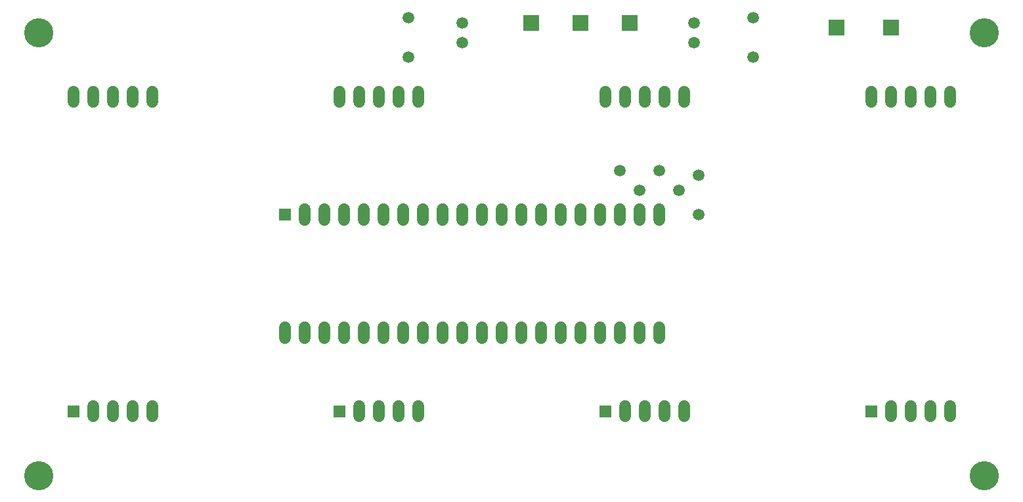
<source format=gts>
G04 Output by ViewMate Deluxe V11.0.9  PentaLogix LLC*
G04 Sun Jun 14 09:16:29 2015*
%FSLAX33Y33*%
%MOMM*%
%IPPOS*%
%ADD115R,1.5113X1.5113*%
%ADD116C,1.5113*%
%ADD117C,1.5113*%
%ADD118C,3.7592*%
%ADD119R,2.0041X2.0041*%

%LPD*%
X0Y0D2*D116*G1X24173Y12974D2*X24173Y14282D1*X21633Y14282D2*X21633Y12974D1*X19093Y12974D2*X19093Y14282D1*X16553Y14282D2*X16553Y12974D1*X14013Y54844D2*X14013Y53536D1*X16553Y53536D2*X16553Y54844D1*X19093Y54844D2*X19093Y53536D1*X21633Y53536D2*X21633Y54844D1*X24173Y54844D2*X24173Y53536D1*X48303Y53536D2*X48303Y54844D1*X50843Y54844D2*X50843Y53536D1*X53383Y53536D2*X53383Y54844D1*X55923Y54844D2*X55923Y53536D1*X58463Y53536D2*X58463Y54844D1*X82593Y54844D2*X82593Y53536D1*X85133Y53536D2*X85133Y54844D1*X87673Y54844D2*X87673Y53536D1*X90213Y53536D2*X90213Y54844D1*X92753Y54844D2*X92753Y53536D1*X116883Y53536D2*X116883Y54844D1*X119423Y54844D2*X119423Y53536D1*X121963Y53536D2*X121963Y54844D1*X124503Y54844D2*X124503Y53536D1*X127043Y53536D2*X127043Y54844D1*X127043Y12974D2*X127043Y14282D1*X124503Y14282D2*X124503Y12974D1*X121963Y12974D2*X121963Y14282D1*X119423Y14282D2*X119423Y12974D1*X92753Y12974D2*X92753Y14282D1*X90213Y14282D2*X90213Y12974D1*X87673Y12974D2*X87673Y14282D1*X85133Y14282D2*X85133Y12974D1*X58463Y12974D2*X58463Y14282D1*X55923Y14282D2*X55923Y12974D1*X53383Y12974D2*X53383Y14282D1*X50843Y14282D2*X50843Y12974D1*X41318Y23096D2*X41318Y24402D1*X43858Y24402D2*X43858Y23096D1*X46398Y23096D2*X46398Y24402D1*X48938Y24402D2*X48938Y23096D1*X51478Y23096D2*X51478Y24402D1*X54018Y24402D2*X54018Y23096D1*X56558Y23096D2*X56558Y24402D1*X59098Y24402D2*X59098Y23096D1*X61638Y23096D2*X61638Y24402D1*X64178Y24402D2*X64178Y23096D1*X66718Y23096D2*X66718Y24402D1*X69258Y24402D2*X69258Y23096D1*X71798Y23096D2*X71798Y24402D1*X74338Y24402D2*X74338Y23096D1*X76878Y23096D2*X76878Y24402D1*X79418Y24402D2*X79418Y23096D1*X81958Y23096D2*X81958Y24402D1*X84498Y24402D2*X84498Y23096D1*X87038Y23096D2*X87038Y24402D1*X89578Y24402D2*X89578Y23096D1*X89578Y39642D2*X89578Y38336D1*X87038Y38336D2*X87038Y39642D1*X84498Y39642D2*X84498Y38336D1*X81958Y38336D2*X81958Y39642D1*X79418Y39642D2*X79418Y38336D1*X76878Y38336D2*X76878Y39642D1*X74338Y39642D2*X74338Y38336D1*X71798Y38336D2*X71798Y39642D1*X69258Y39642D2*X69258Y38336D1*X66718Y38336D2*X66718Y39642D1*X64178Y39642D2*X64178Y38336D1*X61638Y38336D2*X61638Y39642D1*X59098Y39642D2*X59098Y38336D1*X56558Y38336D2*X56558Y39642D1*X54018Y39642D2*X54018Y38336D1*X51478Y38336D2*X51478Y39642D1*X48938Y39642D2*X48938Y38336D1*X46398Y38336D2*X46398Y39642D1*X43858Y39642D2*X43858Y38336D1*D115*X41318Y38989D3*X116883Y13630D3*X82593Y13630D3*X48303Y13630D3*X14013Y13630D3*D117*X57193Y64389D3*X57193Y59309D3*X64178Y61214D3*X64178Y63754D3*X101643Y64389D3*X94023Y63754D3*X94023Y61214D3*X101643Y59309D3*X94658Y38989D3*X94658Y44069D3*X92118Y42164D3*X89578Y44704D3*X87038Y42164D3*X84498Y44704D3*D118*X131488Y5334D3*X131488Y62484D3*X9568Y62484D3*X9568Y5334D3*D119*X73068Y63754D3*X79418Y63754D3*X85768Y63754D3*X112438Y63119D3*X119423Y63119D3*X0Y0D2*M02*
</source>
